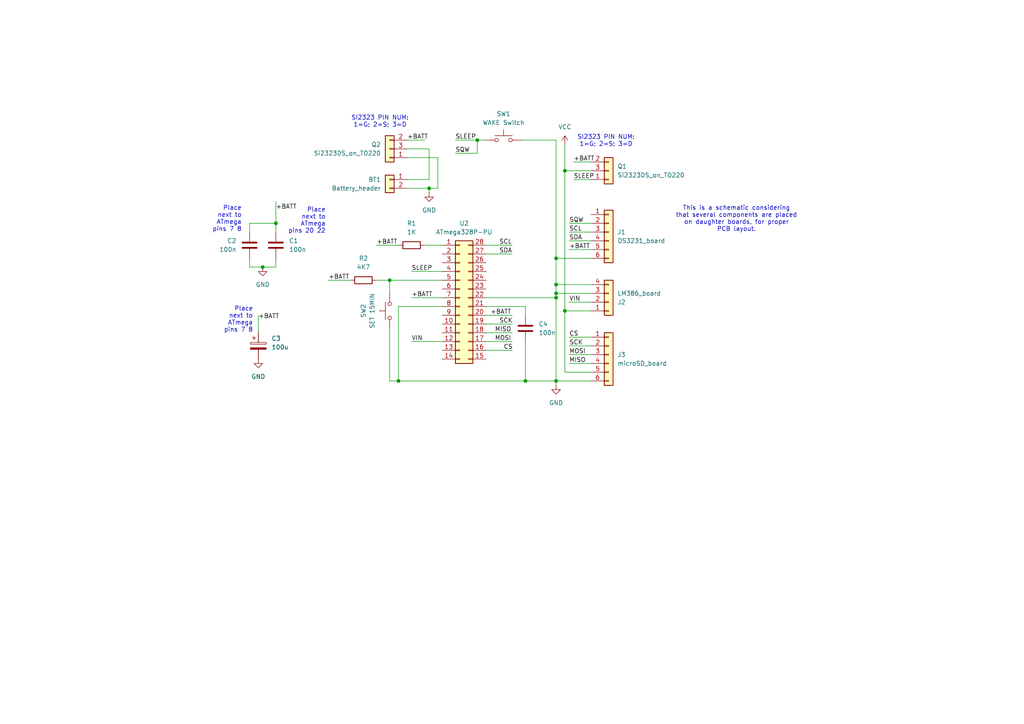
<source format=kicad_sch>
(kicad_sch (version 20231120) (generator "eeschema") (generator_version "8.0")
  (paper "A4")
  (title_block (title "Seikosha80 Westminster Chimer") (rev "1") (comment 1 "/kicadproj/output.pdf for discrete schematic") (comment 2 "https://github.com/comododragon/seikosha80/blob/main/schematics_layouts/rev1") (comment 3 "See"))
  (lib_symbols
    (symbol "C_1" (pin_numbers hide) (pin_names (offset 0.254))
      (property "Reference" "C2" (at 3.81 1.2701 0))
      (property "Value" "100n" (at 3.81 -1.2699 0))
      (symbol "C_1_0_1"
        (polyline (pts (xy -2.032 -0.762) (xy 2.032 -0.762)) (stroke (width 0.508)))
        (polyline (pts (xy -2.032 0.762) (xy 2.032 0.762)) (stroke (width 0.508)))
      )
      (symbol "C_1_1_1"
        (pin passive line (at 0 3.81 270) (length 2.794) (name "~") (number "1"))
        (pin passive line (at 0 -3.81 90) (length 2.794) (name "~") (number "2"))
      )
    )
    (symbol "C_2" (pin_numbers hide) (pin_names (offset 0.254))
      (property "Reference" "C1" (at 3.81 1.2701 0))
      (property "Value" "100n" (at 3.81 -1.2699 0))
      (symbol "C_2_0_1"
        (polyline (pts (xy -2.032 -0.762) (xy 2.032 -0.762)) (stroke (width 0.508)))
        (polyline (pts (xy -2.032 0.762) (xy 2.032 0.762)) (stroke (width 0.508)))
      )
      (symbol "C_2_1_1"
        (pin passive line (at 0 3.81 270) (length 2.794) (name "~") (number "1"))
        (pin passive line (at 0 -3.81 90) (length 2.794) (name "~") (number "3"))
      )
    )
    (symbol "Connector_Generic:Conn_01x02" (pin_names (offset 1.016) hide)
      (property "Reference" "J" (at 0 2.54 0))
      (property "Value" "Conn_01x02" (at 0 -5.08 0))
      (symbol "Conn_01x02_1_1"
        (rectangle (start -1.27 -2.413) (end 0 -2.667) (stroke (width 0.1524)))
        (rectangle (start -1.27 0.127) (end 0 -0.127) (stroke (width 0.1524)))
        (rectangle (start -1.27 1.27) (end 1.27 -3.81) (stroke (width 0.254)) (fill (type background)))
        (pin passive line (at -5.08 0 0) (length 3.81) (name "Pin_1") (number "1"))
        (pin passive line (at -5.08 -2.54 0) (length 3.81) (name "Pin_2") (number "2"))
      )
    )
    (symbol "Connector_Generic:Conn_01x03" (pin_names (offset 1.016) hide)
      (property "Reference" "J4" (at 2.54 1.2701 0))
      (property "Value" "Conn_01x03" (at 2.54 -1.2699 0))
      (symbol "Conn_01x03_1_1"
        (rectangle (start -1.27 -2.413) (end 0 -2.667) (stroke (width 0.1524)))
        (rectangle (start -1.27 0.127) (end 0 -0.127) (stroke (width 0.1524)))
        (rectangle (start -1.27 2.667) (end 0 2.413) (stroke (width 0.1524)))
        (rectangle (start -1.27 3.81) (end 1.27 -3.81) (stroke (width 0.254)) (fill (type background)))
        (pin passive line (at -5.08 -2.54 0) (length 3.81) (name "Pin_3") (number "1"))
        (pin passive line (at -5.08 2.54 0) (length 3.81) (name "Pin_1") (number "2"))
        (pin passive line (at -5.08 0 0) (length 3.81) (name "Pin_2") (number "3"))
      )
    )
    (symbol "Connector_Generic:Conn_01x04" (pin_names (offset 1.016) hide)
      (property "Reference" "J" (at 0 5.08 0))
      (property "Value" "Conn_01x04" (at 0 -7.62 0))
      (symbol "Conn_01x04_1_1"
        (rectangle (start -1.27 -4.953) (end 0 -5.207) (stroke (width 0.1524)))
        (rectangle (start -1.27 -2.413) (end 0 -2.667) (stroke (width 0.1524)))
        (rectangle (start -1.27 0.127) (end 0 -0.127) (stroke (width 0.1524)))
        (rectangle (start -1.27 2.667) (end 0 2.413) (stroke (width 0.1524)))
        (rectangle (start -1.27 3.81) (end 1.27 -6.35) (stroke (width 0.254)) (fill (type background)))
        (pin passive line (at -5.08 2.54 0) (length 3.81) (name "Pin_1") (number "1"))
        (pin passive line (at -5.08 0 0) (length 3.81) (name "Pin_2") (number "2"))
        (pin passive line (at -5.08 -2.54 0) (length 3.81) (name "Pin_3") (number "3"))
        (pin passive line (at -5.08 -5.08 0) (length 3.81) (name "Pin_4") (number "4"))
      )
    )
    (symbol "Connector_Generic:Conn_01x06" (pin_names (offset 1.016) hide)
      (property "Reference" "J" (at 0 7.62 0))
      (property "Value" "Conn_01x06" (at 0 -10.16 0))
      (symbol "Conn_01x06_1_1"
        (rectangle (start -1.27 -7.493) (end 0 -7.747) (stroke (width 0.1524)))
        (rectangle (start -1.27 -4.953) (end 0 -5.207) (stroke (width 0.1524)))
        (rectangle (start -1.27 -2.413) (end 0 -2.667) (stroke (width 0.1524)))
        (rectangle (start -1.27 0.127) (end 0 -0.127) (stroke (width 0.1524)))
        (rectangle (start -1.27 2.667) (end 0 2.413) (stroke (width 0.1524)))
        (rectangle (start -1.27 5.207) (end 0 4.953) (stroke (width 0.1524)))
        (rectangle (start -1.27 6.35) (end 1.27 -8.89) (stroke (width 0.254)) (fill (type background)))
        (pin passive line (at -5.08 5.08 0) (length 3.81) (name "Pin_1") (number "1"))
        (pin passive line (at -5.08 2.54 0) (length 3.81) (name "Pin_2") (number "2"))
        (pin passive line (at -5.08 0 0) (length 3.81) (name "Pin_3") (number "3"))
        (pin passive line (at -5.08 -2.54 0) (length 3.81) (name "Pin_4") (number "4"))
        (pin passive line (at -5.08 -5.08 0) (length 3.81) (name "Pin_5") (number "5"))
        (pin passive line (at -5.08 -7.62 0) (length 3.81) (name "Pin_6") (number "6"))
      )
    )
    (symbol "Connector_Generic:Conn_02x14_Counter_Clockwise" (pin_names (offset 1.016) hide)
      (property "Reference" "J" (at 1.27 17.78 0))
      (property "Value" "Conn_02x14_Counter_Clockwise" (at 1.27 -20.32 0))
      (symbol "Conn_02x14_Counter_Clockwise_1_1"
        (rectangle (start -1.27 -17.653) (end 0 -17.907) (stroke (width 0.1524)))
        (rectangle (start -1.27 -15.113) (end 0 -15.367) (stroke (width 0.1524)))
        (rectangle (start -1.27 -12.573) (end 0 -12.827) (stroke (width 0.1524)))
        (rectangle (start -1.27 -10.033) (end 0 -10.287) (stroke (width 0.1524)))
        (rectangle (start -1.27 -7.493) (end 0 -7.747) (stroke (width 0.1524)))
        (rectangle (start -1.27 -4.953) (end 0 -5.207) (stroke (width 0.1524)))
        (rectangle (start -1.27 -2.413) (end 0 -2.667) (stroke (width 0.1524)))
        (rectangle (start -1.27 0.127) (end 0 -0.127) (stroke (width 0.1524)))
        (rectangle (start -1.27 2.667) (end 0 2.413) (stroke (width 0.1524)))
        (rectangle (start -1.27 5.207) (end 0 4.953) (stroke (width 0.1524)))
        (rectangle (start -1.27 7.747) (end 0 7.493) (stroke (width 0.1524)))
        (rectangle (start -1.27 10.287) (end 0 10.033) (stroke (width 0.1524)))
        (rectangle (start -1.27 12.827) (end 0 12.573) (stroke (width 0.1524)))
        (rectangle (start -1.27 15.367) (end 0 15.113) (stroke (width 0.1524)))
        (rectangle (start -1.27 16.51) (end 3.81 -19.05) (stroke (width 0.254)) (fill (type background)))
        (rectangle (start 3.81 -17.653) (end 2.54 -17.907) (stroke (width 0.1524)))
        (rectangle (start 3.81 -15.113) (end 2.54 -15.367) (stroke (width 0.1524)))
        (rectangle (start 3.81 -12.573) (end 2.54 -12.827) (stroke (width 0.1524)))
        (rectangle (start 3.81 -10.033) (end 2.54 -10.287) (stroke (width 0.1524)))
        (rectangle (start 3.81 -7.493) (end 2.54 -7.747) (stroke (width 0.1524)))
        (rectangle (start 3.81 -4.953) (end 2.54 -5.207) (stroke (width 0.1524)))
        (rectangle (start 3.81 -2.413) (end 2.54 -2.667) (stroke (width 0.1524)))
        (rectangle (start 3.81 0.127) (end 2.54 -0.127) (stroke (width 0.1524)))
        (rectangle (start 3.81 2.667) (end 2.54 2.413) (stroke (width 0.1524)))
        (rectangle (start 3.81 5.207) (end 2.54 4.953) (stroke (width 0.1524)))
        (rectangle (start 3.81 7.747) (end 2.54 7.493) (stroke (width 0.1524)))
        (rectangle (start 3.81 10.287) (end 2.54 10.033) (stroke (width 0.1524)))
        (rectangle (start 3.81 12.827) (end 2.54 12.573) (stroke (width 0.1524)))
        (rectangle (start 3.81 15.367) (end 2.54 15.113) (stroke (width 0.1524)))
        (pin passive line (at -5.08 15.24 0) (length 3.81) (name "Pin_1") (number "1"))
        (pin passive line (at -5.08 -7.62 0) (length 3.81) (name "Pin_10") (number "10"))
        (pin passive line (at -5.08 -10.16 0) (length 3.81) (name "Pin_11") (number "11"))
        (pin passive line (at -5.08 -12.7 0) (length 3.81) (name "Pin_12") (number "12"))
        (pin passive line (at -5.08 -15.24 0) (length 3.81) (name "Pin_13") (number "13"))
        (pin passive line (at -5.08 -17.78 0) (length 3.81) (name "Pin_14") (number "14"))
        (pin passive line (at 7.62 -17.78 180) (length 3.81) (name "Pin_15") (number "15"))
        (pin passive line (at 7.62 -15.24 180) (length 3.81) (name "Pin_16") (number "16"))
        (pin passive line (at 7.62 -12.7 180) (length 3.81) (name "Pin_17") (number "17"))
        (pin passive line (at 7.62 -10.16 180) (length 3.81) (name "Pin_18") (number "18"))
        (pin passive line (at 7.62 -7.62 180) (length 3.81) (name "Pin_19") (number "19"))
        (pin passive line (at -5.08 12.7 0) (length 3.81) (name "Pin_2") (number "2"))
        (pin passive line (at 7.62 -5.08 180) (length 3.81) (name "Pin_20") (number "20"))
        (pin passive line (at 7.62 -2.54 180) (length 3.81) (name "Pin_21") (number "21"))
        (pin passive line (at 7.62 0 180) (length 3.81) (name "Pin_22") (number "22"))
        (pin passive line (at 7.62 2.54 180) (length 3.81) (name "Pin_23") (number "23"))
        (pin passive line (at 7.62 5.08 180) (length 3.81) (name "Pin_24") (number "24"))
        (pin passive line (at 7.62 7.62 180) (length 3.81) (name "Pin_25") (number "25"))
        (pin passive line (at 7.62 10.16 180) (length 3.81) (name "Pin_26") (number "26"))
        (pin passive line (at 7.62 12.7 180) (length 3.81) (name "Pin_27") (number "27"))
        (pin passive line (at 7.62 15.24 180) (length 3.81) (name "Pin_28") (number "28"))
        (pin passive line (at -5.08 10.16 0) (length 3.81) (name "Pin_3") (number "3"))
        (pin passive line (at -5.08 7.62 0) (length 3.81) (name "Pin_4") (number "4"))
        (pin passive line (at -5.08 5.08 0) (length 3.81) (name "Pin_5") (number "5"))
        (pin passive line (at -5.08 2.54 0) (length 3.81) (name "Pin_6") (number "6"))
        (pin passive line (at -5.08 0 0) (length 3.81) (name "Pin_7") (number "7"))
        (pin passive line (at -5.08 -2.54 0) (length 3.81) (name "Pin_8") (number "8"))
        (pin passive line (at -5.08 -5.08 0) (length 3.81) (name "Pin_9") (number "9"))
      )
    )
    (symbol "Device:C" (pin_numbers hide) (pin_names (offset 0.254))
      (property "Reference" "C" (at 0.635 2.54 0))
      (property "Value" "C" (at 0.635 -2.54 0))
      (symbol "C_0_1"
        (polyline (pts (xy -2.032 -0.762) (xy 2.032 -0.762)) (stroke (width 0.508)))
        (polyline (pts (xy -2.032 0.762) (xy 2.032 0.762)) (stroke (width 0.508)))
      )
      (symbol "C_1_1"
        (pin passive line (at 0 3.81 270) (length 2.794) (name "~") (number "1"))
        (pin passive line (at 0 -3.81 90) (length 2.794) (name "~") (number "2"))
      )
    )
    (symbol "Device:CP" (pin_numbers hide) (pin_names (offset 0.254))
      (property "Reference" "C3" (at 3.81 2.1591 0))
      (property "Value" "100u" (at 3.81 -0.3809 0))
      (symbol "CP_0_1"
        (rectangle (start -2.286 0.508) (end 2.286 1.016))
        (polyline (pts (xy -1.778 2.286) (xy -0.762 2.286)))
        (polyline (pts (xy -1.27 2.794) (xy -1.27 1.778)))
        (rectangle (start 2.286 -0.508) (end -2.286 -1.016) (fill (type outline)))
      )
      (symbol "CP_1_1"
        (pin passive line (at 0 3.81 270) (length 2.794) (name "~") (number "1"))
        (pin passive line (at 0 -3.81 90) (length 2.794) (name "~") (number "2"))
      )
    )
    (symbol "Device:R" (pin_numbers hide) (pin_names (offset 0))
      (property "Reference" "R2" (at 6.35 0 90))
      (property "Value" "4K7" (at 3.81 0 90))
      (symbol "R_0_1"
        (rectangle (start -1.016 -2.54) (end 1.016 2.54) (stroke (width 0.254)))
      )
      (symbol "R_1_1"
        (pin passive line (at 0 3.81 270) (length 1.27) (name "~") (number "1"))
        (pin passive line (at 0 -3.81 90) (length 1.27) (name "~") (number "4"))
      )
    )
    (symbol "R_1" (pin_numbers hide) (pin_names (offset 0))
      (property "Reference" "R1" (at 6.35 0 90))
      (property "Value" "1K" (at 3.81 0 90))
      (symbol "R_1_0_1"
        (rectangle (start -1.016 -2.54) (end 1.016 2.54) (stroke (width 0.254)))
      )
      (symbol "R_1_1_1"
        (pin passive line (at 0 3.81 270) (length 1.27) (name "~") (number "1"))
        (pin passive line (at 0 -3.81 90) (length 1.27) (name "~") (number "4"))
      )
    )
    (symbol "SW_Push_1" (pin_numbers hide) (pin_names (offset 1.016) hide)
      (property "Reference" "SW1" (at 0 7.62 0))
      (property "Value" "WAKE Switch" (at 0 5.08 0))
      (symbol "SW_Push_1_0_1"
        (circle (center -2.032 0) (radius 0.508))
        (polyline (pts (xy 0 1.27) (xy 0 3.048)))
        (polyline (pts (xy 2.54 1.27) (xy -2.54 1.27)))
        (circle (center 2.032 0) (radius 0.508))
        (pin passive line (at -5.08 0 0) (length 2.54) (name "1") (number "1"))
        (pin passive line (at 5.08 0 180) (length 2.54) (name "2") (number "3"))
      )
    )
    (symbol "Switch:SW_Push" (pin_numbers hide) (pin_names (offset 1.016) hide)
      (property "Reference" "SW2" (at 0 7.62 0))
      (property "Value" "SET 15MIN" (at 0 5.08 0))
      (symbol "SW_Push_0_1"
        (circle (center -2.032 0) (radius 0.508))
        (polyline (pts (xy 0 1.27) (xy 0 3.048)))
        (polyline (pts (xy 2.54 1.27) (xy -2.54 1.27)))
        (circle (center 2.032 0) (radius 0.508))
        (pin passive line (at -5.08 0 0) (length 2.54) (name "1") (number "1"))
        (pin passive line (at 5.08 0 180) (length 2.54) (name "2") (number "3"))
      )
    )
    (symbol "power:GND" (power) (pin_names (offset 0))
      (property "Value" "GND" (at 0 -3.81 0))
      (symbol "GND_0_1"
        (polyline (pts (xy 0 0) (xy 0 -1.27) (xy 1.27 -1.27) (xy 0 -2.54) (xy -1.27 -1.27) (xy 0 -1.27)))
      )
      (symbol "GND_1_1"
        (pin power_in line (at 0 0 270) (length 0) hide (name "GND") (number "1"))
      )
    )
    (symbol "power:VCC" (power) (pin_names (offset 0))
      (property "Value" "VCC" (at 0 3.81 0))
      (symbol "VCC_0_1"
        (polyline (pts (xy -0.762 1.27) (xy 0 2.54)))
        (polyline (pts (xy 0 0) (xy 0 2.54)))
        (polyline (pts (xy 0 2.54) (xy 0.762 1.27)))
      )
      (symbol "VCC_1_1"
        (pin power_in line (at 0 0 90) (length 0) hide (name "VCC") (number "1"))
      )
    )
  )
  (junction (at 124.46 54.61))
  (junction (at 163.83 90.17))
  (junction (at 113.03 81.28))
  (junction (at 161.29 74.93))
  (junction (at 76.2 77.47))
  (junction (at 161.29 85.09))
  (junction (at 163.83 49.53))
  (junction (at 152.4 110.49))
  (junction (at 138.43 40.64))
  (junction (at 115.57 110.49))
  (junction (at 161.29 86.36))
  (junction (at 161.29 82.55))
  (junction (at 80.01 64.77))
  (junction (at 161.29 110.49))
  (wire (pts (xy 140.97 101.6) (xy 148.59 101.6)))
  (wire (pts (xy 163.83 107.95) (xy 163.83 90.17)))
  (wire (pts (xy 80.01 67.31) (xy 80.01 64.77)))
  (wire (pts (xy 109.22 71.12) (xy 115.57 71.12)))
  (wire (pts (xy 161.29 40.64) (xy 161.29 74.93)))
  (wire (pts (xy 138.43 40.64) (xy 138.43 44.45)))
  (wire (pts (xy 165.1 72.39) (xy 171.45 72.39)))
  (wire (pts (xy 140.97 86.36) (xy 161.29 86.36)))
  (wire (pts (xy 123.19 71.12) (xy 128.27 71.12)))
  (wire (pts (xy 163.83 49.53) (xy 163.83 90.17)))
  (wire (pts (xy 166.37 46.99) (xy 171.45 46.99)))
  (wire (pts (xy 118.11 54.61) (xy 124.46 54.61)))
  (wire (pts (xy 74.93 91.44) (xy 74.93 96.52)))
  (wire (pts (xy 152.4 99.06) (xy 152.4 110.49)))
  (wire (pts (xy 152.4 88.9) (xy 152.4 91.44)))
  (wire (pts (xy 80.01 58.42) (xy 80.01 64.77)))
  (wire (pts (xy 161.29 74.93) (xy 161.29 82.55)))
  (wire (pts (xy 132.08 44.45) (xy 138.43 44.45)))
  (wire (pts (xy 161.29 110.49) (xy 171.45 110.49)))
  (wire (pts (xy 113.03 81.28) (xy 113.03 85.09)))
  (wire (pts (xy 171.45 74.93) (xy 161.29 74.93)))
  (wire (pts (xy 165.1 87.63) (xy 171.45 87.63)))
  (wire (pts (xy 152.4 110.49) (xy 161.29 110.49)))
  (wire (pts (xy 80.01 64.77) (xy 72.39 64.77)))
  (wire (pts (xy 80.01 77.47) (xy 80.01 74.93)))
  (wire (pts (xy 72.39 64.77) (xy 72.39 67.31)))
  (wire (pts (xy 118.11 45.72) (xy 127 45.72)))
  (wire (pts (xy 161.29 86.36) (xy 161.29 110.49)))
  (wire (pts (xy 76.2 77.47) (xy 80.01 77.47)))
  (wire (pts (xy 163.83 49.53) (xy 171.45 49.53)))
  (wire (pts (xy 163.83 90.17) (xy 171.45 90.17)))
  (wire (pts (xy 165.1 67.31) (xy 171.45 67.31)))
  (wire (pts (xy 163.83 107.95) (xy 171.45 107.95)))
  (wire (pts (xy 161.29 110.49) (xy 161.29 111.76)))
  (wire (pts (xy 115.57 110.49) (xy 152.4 110.49)))
  (wire (pts (xy 113.03 81.28) (xy 128.27 81.28)))
  (wire (pts (xy 161.29 82.55) (xy 161.29 85.09)))
  (wire (pts (xy 119.38 99.06) (xy 128.27 99.06)))
  (wire (pts (xy 118.11 52.07) (xy 124.46 52.07)))
  (wire (pts (xy 72.39 74.93) (xy 72.39 77.47)))
  (wire (pts (xy 118.11 40.64) (xy 123.19 40.64)))
  (wire (pts (xy 166.37 52.07) (xy 171.45 52.07)))
  (wire (pts (xy 140.97 71.12) (xy 148.59 71.12)))
  (wire (pts (xy 124.46 52.07) (xy 124.46 43.18)))
  (wire (pts (xy 140.97 88.9) (xy 152.4 88.9)))
  (wire (pts (xy 171.45 82.55) (xy 161.29 82.55)))
  (wire (pts (xy 72.39 77.47) (xy 76.2 77.47)))
  (wire (pts (xy 140.97 73.66) (xy 148.59 73.66)))
  (wire (pts (xy 132.08 40.64) (xy 138.43 40.64)))
  (wire (pts (xy 165.1 102.87) (xy 171.45 102.87)))
  (wire (pts (xy 161.29 85.09) (xy 171.45 85.09)))
  (wire (pts (xy 119.38 78.74) (xy 128.27 78.74)))
  (wire (pts (xy 127 45.72) (xy 127 54.61)))
  (wire (pts (xy 165.1 100.33) (xy 171.45 100.33)))
  (wire (pts (xy 161.29 85.09) (xy 161.29 86.36)))
  (wire (pts (xy 127 54.61) (xy 124.46 54.61)))
  (wire (pts (xy 140.97 91.44) (xy 148.59 91.44)))
  (wire (pts (xy 165.1 64.77) (xy 171.45 64.77)))
  (wire (pts (xy 140.97 99.06) (xy 148.59 99.06)))
  (wire (pts (xy 113.03 95.25) (xy 113.03 110.49)))
  (wire (pts (xy 140.97 93.98) (xy 148.59 93.98)))
  (wire (pts (xy 138.43 40.64) (xy 140.97 40.64)))
  (wire (pts (xy 140.97 96.52) (xy 148.59 96.52)))
  (wire (pts (xy 163.83 41.91) (xy 163.83 49.53)))
  (wire (pts (xy 119.38 86.36) (xy 128.27 86.36)))
  (wire (pts (xy 165.1 97.79) (xy 171.45 97.79)))
  (wire (pts (xy 113.03 110.49) (xy 115.57 110.49)))
  (wire (pts (xy 115.57 88.9) (xy 115.57 110.49)))
  (wire (pts (xy 165.1 105.41) (xy 171.45 105.41)))
  (wire (pts (xy 124.46 54.61) (xy 124.46 55.88)))
  (wire (pts (xy 151.13 40.64) (xy 161.29 40.64)))
  (wire (pts (xy 128.27 88.9) (xy 115.57 88.9)))
  (wire (pts (xy 165.1 69.85) (xy 171.45 69.85)))
  (wire (pts (xy 95.25 81.28) (xy 101.6 81.28)))
  (wire (pts (xy 118.11 43.18) (xy 124.46 43.18)))
  (wire (pts (xy 109.22 81.28) (xy 113.03 81.28)))
  (text "Place\nnext to\nATmega\npins 20 22" (at 94.488 64.008 0) (effects (font (size 1.27 1.27)) (justify right)))
  (text "SI2323 PIN NUM:\n1=G; 2=S; 3=D" (at 175.768 40.894 0) (effects (font (size 1.27 1.27))))
  (text "This is a schematic considering\nthat several components are placed\non daughter boards, for proper\nPCB layout." (at 213.614 63.5 0) (effects (font (size 1.27 1.27))))
  (text "Place\nnext to\nATmega\npins 7 8" (at 70.104 63.5 0) (effects (font (size 1.27 1.27)) (justify right)))
  (text "SI2323 PIN NUM:\n1=G; 2=S; 3=D" (at 110.236 35.306 0) (effects (font (size 1.27 1.27))))
  (text "Place\nnext to\nATmega\npins 7 8" (at 73.406 92.71 0) (effects (font (size 1.27 1.27)) (justify right)))
  (label "VIN" (at 119.38 99.06 0))
  (label "SCK" (at 165.1 100.33 0))
  (label "SQW" (at 132.08 44.45 0))
  (label "MOSI" (at 165.1 102.87 0))
  (label "+BATT" (at 119.38 86.36 0))
  (label "+BATT" (at 142.24 91.44 0))
  (label "CS" (at 146.05 101.6 0))
  (label "SDA" (at 165.1 69.85 0))
  (label "SDA" (at 144.78 73.66 0))
  (label "MISO" (at 165.1 105.41 0))
  (label "SLEEP" (at 132.08 40.64 0))
  (label "+BATT" (at 80.01 60.96 0))
  (label "SLEEP" (at 166.37 52.07 0))
  (label "SLEEP" (at 119.38 78.74 0))
  (label "+BATT" (at 165.1 72.39 0))
  (label "SCK" (at 144.78 93.98 0))
  (label "+BATT" (at 109.22 71.12 0))
  (label "MOSI" (at 143.51 99.06 0))
  (label "+BATT" (at 118.11 40.64 0))
  (label "+BATT" (at 95.25 81.28 0))
  (label "SCL" (at 144.78 71.12 0))
  (label "MISO" (at 143.51 96.52 0))
  (label "SQW" (at 165.1 64.77 0))
  (label "CS" (at 165.1 97.79 0))
  (label "VIN" (at 165.1 87.63 0))
  (label "SCL" (at 165.1 67.31 0))
  (label "+BATT" (at 74.93 92.71 0))
  (label "+BATT" (at 166.37 46.99 0))
  (symbol (lib_id "Connector_Generic:Conn_02x14_Counter_Clockwise") (at 133.35 86.36 0) (unit 1)
    (property "Reference" "U2" (at 134.62 64.77 0))
    (property "Value" "ATmega328P-PU" (at 134.62 67.31 0))
    (property "Footprint" "Package_DIP:DIP-28_W7.62mm" (effects (hide yes)))
    (property "Description" "Generic connector, double row, 02x14, counter clockwise pin numbering scheme (similar to DIP packge numbering), script generated (kicad-library-utils/schlib/autogen/connector/)" (effects (hide yes)))
  )
  (symbol (lib_id "power:GND") (at 74.93 104.14 0) (unit 1)
    (property "Reference" "#PWR06" (effects (hide yes)))
    (property "Value" "GND" (at 74.93 109.22 0))
    (property "Description" "Power symbol creates a global label with name \"GND\" , ground" (effects (hide yes)))
  )
  (symbol (lib_name "R_1") (lib_id "Device:R") (at 119.38 71.12 90) (unit 1)
    (property "Reference" "R1" (at 119.38 64.77 90))
    (property "Value" "1K" (at 119.38 67.31 90))
    (property "Footprint" "Connector_PinHeader_2.54mm:PinHeader_1x04_P2.54mm_Vertical" (effects (hide yes)))
    (property "Description" "Resistor" (effects (hide yes)))
  )
  (symbol (lib_id "Connector_Generic:Conn_01x02") (at 113.03 52.07 0) (mirror y) (unit 1)
    (property "Reference" "BT1" (at 110.49 52.0699 0) (effects (justify left)))
    (property "Value" "Battery_header" (at 110.49 54.6099 0) (effects (justify left)))
    (property "Footprint" "Connector_PinHeader_2.54mm:PinHeader_1x02_P2.54mm_Vertical" (effects (hide yes)))
    (property "Description" "Generic connector, single row, 01x02, script generated (kicad-library-utils/schlib/autogen/connector/)" (effects (hide yes)))
  )
  (symbol (lib_id "Device:C") (at 152.4 95.25 0) (unit 1)
    (property "Reference" "C4" (at 156.21 93.9799 0) (effects (justify left)))
    (property "Value" "100n" (at 156.21 96.5199 0) (effects (justify left)))
    (property "Footprint" "Connector_PinHeader_2.54mm:PinHeader_1x02_P2.54mm_Vertical" (effects (hide yes)))
    (property "Description" "Unpolarized capacitor" (effects (hide yes)))
  )
  (symbol (lib_id "power:GND") (at 76.2 77.47 0) (unit 1)
    (property "Reference" "#PWR07" (effects (hide yes)))
    (property "Value" "GND" (at 76.2 82.55 0))
    (property "Description" "Power symbol creates a global label with name \"GND\" , ground" (effects (hide yes)))
  )
  (symbol (lib_id "Connector_Generic:Conn_01x03") (at 176.53 49.53 0) (unit 1)
    (property "Reference" "Q1" (at 179.07 48.2599 0) (effects (justify left)))
    (property "Value" "Si2323DS_on_TO220" (at 179.07 50.7999 0) (effects (justify left)))
    (property "Footprint" "Connector_PinHeader_2.54mm:PinHeader_1x03_P2.54mm_Vertical" (effects (hide yes)))
    (property "Description" "Generic connector, single row, 01x03, script generated (kicad-library-utils/schlib/autogen/connector/)" (effects (hide yes)))
  )
  (symbol (lib_id "Device:CP") (at 74.93 100.33 0) (unit 1)
    (property "Reference" "C3" (at 78.74 98.1709 0) (effects (justify left)))
    (property "Value" "100u" (at 78.74 100.7109 0) (effects (justify left)))
    (property "Footprint" "Connector_PinHeader_2.54mm:PinHeader_1x02_P2.54mm_Vertical" (effects (hide yes)))
    (property "Description" "Polarized capacitor" (effects (hide yes)))
  )
  (symbol (lib_id "Connector_Generic:Conn_01x06") (at 176.53 102.87 0) (unit 1)
    (property "Reference" "J3" (at 179.07 102.8699 0) (effects (justify left)))
    (property "Value" "microSD_board" (at 179.07 105.4099 0) (effects (justify left)))
    (property "Footprint" "Connector_PinHeader_2.54mm:PinHeader_1x06_P2.54mm_Vertical" (effects (hide yes)))
    (property "Description" "Generic connector, single row, 01x06, script generated (kicad-library-utils/schlib/autogen/connector/)" (effects (hide yes)))
  )
  (symbol (lib_id "Connector_Generic:Conn_01x04") (at 176.53 87.63 0) (mirror x) (unit 1)
    (property "Reference" "J2" (at 179.07 87.6301 0) (effects (justify left)))
    (property "Value" "LM386_board" (at 179.07 85.0901 0) (effects (justify left)))
    (property "Footprint" "Connector_PinHeader_2.54mm:PinHeader_1x04_P2.54mm_Vertical" (effects (hide yes)))
    (property "Description" "Generic connector, single row, 01x04, script generated (kicad-library-utils/schlib/autogen/connector/)" (effects (hide yes)))
  )
  (symbol (lib_name "C_2") (lib_id "Device:C") (at 80.01 71.12 0) (unit 1)
    (property "Reference" "C1" (at 83.82 69.8499 0) (effects (justify left)))
    (property "Value" "100n" (at 83.82 72.3899 0) (effects (justify left)))
    (property "Footprint" "Connector_PinHeader_2.54mm:PinHeader_1x03_P2.54mm_Vertical" (effects (hide yes)))
    (property "Description" "Unpolarized capacitor" (effects (hide yes)))
  )
  (symbol (lib_name "C_1") (lib_id "Device:C") (at 72.39 71.12 0) (mirror y) (unit 1)
    (property "Reference" "C2" (at 68.58 69.8499 0) (effects (justify left)))
    (property "Value" "100n" (at 68.58 72.3899 0) (effects (justify left)))
    (property "Footprint" "Connector_PinHeader_2.54mm:PinHeader_1x02_P2.54mm_Vertical" (effects (hide yes)))
    (property "Description" "Unpolarized capacitor" (effects (hide yes)))
  )
  (symbol (lib_id "Connector_Generic:Conn_01x06") (at 176.53 67.31 0) (unit 1)
    (property "Reference" "J1" (at 179.07 67.3099 0) (effects (justify left)))
    (property "Value" "DS3231_board" (at 179.07 69.8499 0) (effects (justify left)))
    (property "Footprint" "Connector_PinHeader_2.54mm:PinHeader_1x06_P2.54mm_Vertical" (effects (hide yes)))
    (property "Description" "Generic connector, single row, 01x06, script generated (kicad-library-utils/schlib/autogen/connector/)" (effects (hide yes)))
  )
  (symbol (lib_id "power:GND") (at 161.29 111.76 0) (unit 1)
    (property "Reference" "#PWR01" (effects (hide yes)))
    (property "Value" "GND" (at 161.29 116.84 0))
    (property "Description" "Power symbol creates a global label with name \"GND\" , ground" (effects (hide yes)))
  )
  (symbol (lib_id "Connector_Generic:Conn_01x03") (at 113.03 43.18 0) (mirror y) (unit 1)
    (property "Reference" "Q2" (at 110.49 41.9099 0) (effects (justify left)))
    (property "Value" "Si2323DS_on_TO220" (at 110.49 44.4499 0) (effects (justify left)))
    (property "Footprint" "Connector_PinHeader_2.54mm:PinHeader_1x03_P2.54mm_Vertical" (effects (hide yes)))
    (property "Description" "Generic connector, single row, 01x03, script generated (kicad-library-utils/schlib/autogen/connector/)" (effects (hide yes)))
  )
  (symbol (lib_id "power:GND") (at 124.46 55.88 0) (unit 1)
    (property "Reference" "#PWR02" (effects (hide yes)))
    (property "Value" "GND" (at 124.46 60.96 0))
    (property "Description" "Power symbol creates a global label with name \"GND\" , ground" (effects (hide yes)))
  )
  (symbol (lib_id "Device:R") (at 105.41 81.28 90) (unit 1)
    (property "Reference" "R2" (at 105.41 74.93 90))
    (property "Value" "4K7" (at 105.41 77.47 90))
    (property "Footprint" "Connector_PinHeader_2.54mm:PinHeader_1x04_P2.54mm_Vertical" (effects (hide yes)))
    (property "Description" "Resistor" (effects (hide yes)))
  )
  (symbol (lib_name "SW_Push_1") (lib_id "Switch:SW_Push") (at 146.05 40.64 0) (unit 1)
    (property "Reference" "SW1" (at 146.05 33.02 0))
    (property "Value" "WAKE Switch" (at 146.05 35.56 0))
    (property "Footprint" "Connector_PinHeader_2.54mm:PinHeader_1x03_P2.54mm_Vertical" (effects (hide yes)))
    (property "Description" "Push button switch, generic, two pins" (effects (hide yes)))
  )
  (symbol (lib_id "Switch:SW_Push") (at 113.03 90.17 90) (mirror x) (unit 1)
    (property "Reference" "SW2" (at 105.41 90.17 0))
    (property "Value" "SET 15MIN" (at 107.95 90.17 0))
    (property "Footprint" "Connector_PinHeader_2.54mm:PinHeader_1x03_P2.54mm_Vertical" (effects (hide yes)))
    (property "Description" "Push button switch, generic, two pins" (effects (hide yes)))
  )
  (symbol (lib_id "power:VCC") (at 163.83 41.91 0) (unit 1)
    (property "Reference" "#PWR04" (effects (hide yes)))
    (property "Value" "VCC" (at 163.83 36.83 0))
    (property "Description" "Power symbol creates a global label with name \"VCC\"" (effects (hide yes)))
  )
)
</source>
